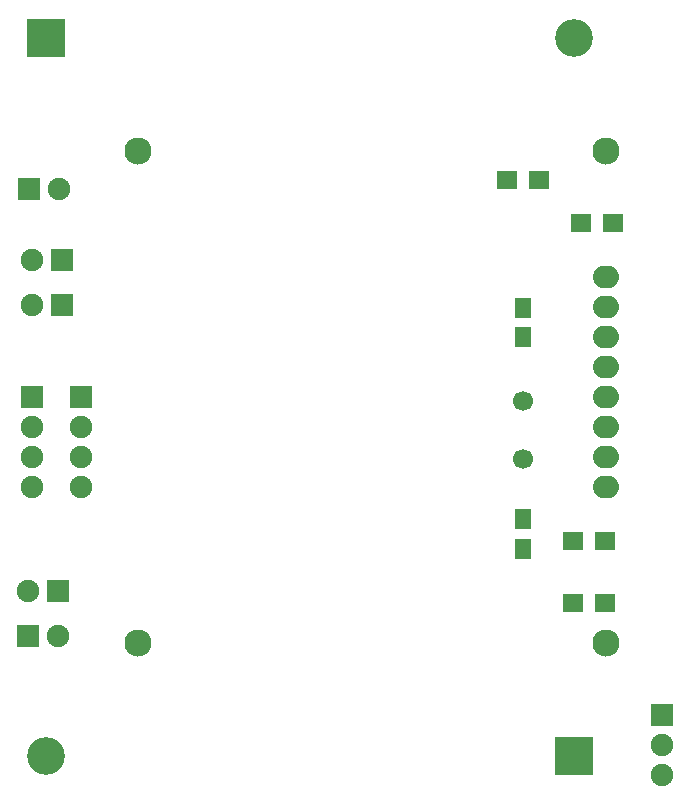
<source format=gbs>
G04 #@! TF.FileFunction,Soldermask,Bot*
%FSLAX46Y46*%
G04 Gerber Fmt 4.6, Leading zero omitted, Abs format (unit mm)*
G04 Created by KiCad (PCBNEW 4.0.7) date 11/23/17 22:00:10*
%MOMM*%
%LPD*%
G01*
G04 APERTURE LIST*
%ADD10C,0.100000*%
%ADD11C,1.700000*%
%ADD12R,3.200000X3.200000*%
%ADD13C,3.200000*%
%ADD14R,1.450000X1.700000*%
%ADD15R,1.900000X1.900000*%
%ADD16O,1.900000X1.900000*%
%ADD17R,1.700000X1.500000*%
%ADD18O,2.200000X1.924000*%
%ADD19C,2.300000*%
G04 APERTURE END LIST*
D10*
D11*
X179600000Y-133800000D03*
X179600000Y-128920000D03*
D12*
X183900000Y-159000000D03*
D13*
X139200000Y-159000000D03*
D12*
X139200000Y-98200000D03*
D13*
X183900000Y-98200000D03*
D14*
X179600000Y-123500000D03*
X179600000Y-121000000D03*
X179600000Y-138900000D03*
X179600000Y-141400000D03*
D15*
X138000000Y-128580000D03*
D16*
X138000000Y-131120000D03*
X138000000Y-133660000D03*
X138000000Y-136200000D03*
D15*
X142200000Y-128580000D03*
D16*
X142200000Y-131120000D03*
X142200000Y-133660000D03*
X142200000Y-136200000D03*
D15*
X140200000Y-145000000D03*
D16*
X137660000Y-145000000D03*
D15*
X137800000Y-111000000D03*
D16*
X140340000Y-111000000D03*
D15*
X137660000Y-148800000D03*
D16*
X140200000Y-148800000D03*
D15*
X140540000Y-120800000D03*
D16*
X138000000Y-120800000D03*
D15*
X140540000Y-117000000D03*
D16*
X138000000Y-117000000D03*
D17*
X180950000Y-110200000D03*
X178250000Y-110200000D03*
X187200000Y-113800000D03*
X184500000Y-113800000D03*
X186500000Y-140800000D03*
X183800000Y-140800000D03*
X186500000Y-146000000D03*
X183800000Y-146000000D03*
D15*
X191400000Y-155460000D03*
D16*
X191400000Y-158000000D03*
X191400000Y-160540000D03*
D18*
X186600000Y-118370000D03*
X186600000Y-120910000D03*
X186600000Y-123450000D03*
X186600000Y-125990000D03*
X186600000Y-128530000D03*
X186600000Y-131070000D03*
X186600000Y-133610000D03*
X186600000Y-136150000D03*
D19*
X186600000Y-107702000D03*
X186600000Y-149358000D03*
X146976000Y-149358000D03*
X146976000Y-107702000D03*
M02*

</source>
